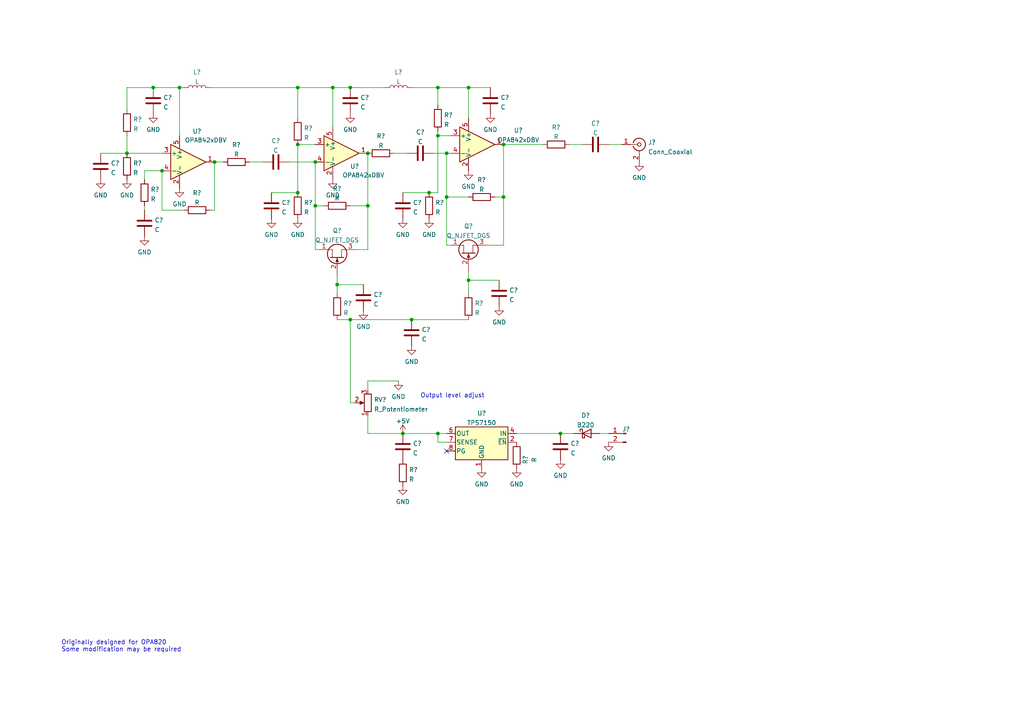
<source format=kicad_sch>
(kicad_sch (version 20211123) (generator eeschema)
  (paper "A4")
  (lib_symbols
    (symbol "Amplifier_Operational:OPA842xDBV" (pin_names (offset 0.127))
      (property "Reference" "U" (at -1.27 6.35 0))
      (property "Value" "OPA842xDBV" (at -1.27 3.81 0))
      (symbol "OPA842xDBV_0_1"
        (polyline (pts (xy -5.08 5.08) (xy 5.08 0) (xy -5.08 -5.08) (xy -5.08 5.08)) (stroke (width 0.254)) (fill (type background)))
        (pin power_in line (at -2.54 -7.62 90) (length 3.81) (name "V-") (number "2"))
        (pin power_in line (at -2.54 7.62 270) (length 3.81) (name "V+") (number "5"))
      )
      (symbol "OPA842xDBV_1_1"
        (pin output line (at 7.62 0 180) (length 2.54) (name "~") (number "1"))
        (pin input line (at -7.62 2.54 0) (length 2.54) (name "+") (number "3"))
        (pin input line (at -7.62 -2.54 0) (length 2.54) (name "-") (number "4"))
      )
    )
    (symbol "Connector:Conn_01x02_Male" (pin_names (offset 1.016) hide)
      (property "Reference" "J" (at 0 2.54 0))
      (property "Value" "Conn_01x02_Male" (at 0 -5.08 0))
      (symbol "Conn_01x02_Male_1_1"
        (polyline (pts (xy 1.27 -2.54) (xy 0.8636 -2.54)) (stroke (width 0.1524)))
        (polyline (pts (xy 1.27 0) (xy 0.8636 0)) (stroke (width 0.1524)))
        (rectangle (start 0.8636 -2.413) (end 0 -2.667) (stroke (width 0.1524)) (fill (type outline)))
        (rectangle (start 0.8636 0.127) (end 0 -0.127) (stroke (width 0.1524)) (fill (type outline)))
        (pin passive line (at 5.08 0 180) (length 3.81) (name "Pin_1") (number "1"))
        (pin passive line (at 5.08 -2.54 180) (length 3.81) (name "Pin_2") (number "2"))
      )
    )
    (symbol "Connector:Conn_Coaxial" (pin_names (offset 1.016) hide)
      (property "Reference" "J" (at 0.254 3.048 0))
      (property "Value" "Conn_Coaxial" (at 2.921 0 90))
      (symbol "Conn_Coaxial_0_1"
        (arc (start -1.778 -0.508) (mid 0.222 -1.808) (end 1.778 0) (stroke (width 0.254)))
        (polyline (pts (xy -2.54 0) (xy -0.508 0)))
        (polyline (pts (xy 0 -2.54) (xy 0 -1.778)))
        (circle (center 0 0) (radius 0.508) (stroke (width 0.2032)))
        (arc (start 1.778 0) (mid 0.2221 1.8083) (end -1.778 0.508) (stroke (width 0.254)))
      )
      (symbol "Conn_Coaxial_1_1"
        (pin passive line (at -5.08 0 0) (length 2.54) (name "In") (number "1"))
        (pin passive line (at 0 -5.08 90) (length 2.54) (name "Ext") (number "2"))
      )
    )
    (symbol "Device:C" (pin_numbers hide) (pin_names (offset 0.254))
      (property "Reference" "C" (at 0.635 2.54 0))
      (property "Value" "C" (at 0.635 -2.54 0))
      (symbol "C_0_1"
        (polyline (pts (xy -2.032 -0.762) (xy 2.032 -0.762)) (stroke (width 0.508)))
        (polyline (pts (xy -2.032 0.762) (xy 2.032 0.762)) (stroke (width 0.508)))
      )
      (symbol "C_1_1"
        (pin passive line (at 0 3.81 270) (length 2.794) (name "~") (number "1"))
        (pin passive line (at 0 -3.81 90) (length 2.794) (name "~") (number "2"))
      )
    )
    (symbol "Device:L" (pin_numbers hide) (pin_names (offset 1.016) hide)
      (property "Reference" "L" (at -1.27 0 90))
      (property "Value" "L" (at 1.905 0 90))
      (symbol "L_0_1"
        (arc (start 0 -2.54) (mid 0.635 -1.905) (end 0 -1.27))
        (arc (start 0 -1.27) (mid 0.635 -0.635) (end 0 0))
        (arc (start 0 0) (mid 0.635 0.635) (end 0 1.27))
        (arc (start 0 1.27) (mid 0.635 1.905) (end 0 2.54))
      )
      (symbol "L_1_1"
        (pin passive line (at 0 3.81 270) (length 1.27) (name "1") (number "1"))
        (pin passive line (at 0 -3.81 90) (length 1.27) (name "2") (number "2"))
      )
    )
    (symbol "Device:Q_NJFET_DGS" (pin_names (offset 0) hide)
      (property "Reference" "Q" (at 5.08 1.27 0))
      (property "Value" "Q_NJFET_DGS" (at 5.08 -1.27 0))
      (symbol "Q_NJFET_DGS_0_1"
        (polyline (pts (xy 0.254 1.905) (xy 0.254 -1.905) (xy 0.254 -1.905)) (stroke (width 0.254)))
        (polyline (pts (xy 2.54 -2.54) (xy 2.54 -1.27) (xy 0.254 -1.27)))
        (polyline (pts (xy 2.54 2.54) (xy 2.54 1.397) (xy 0.254 1.397)))
        (polyline (pts (xy 0 0) (xy -1.016 0.381) (xy -1.016 -0.381) (xy 0 0)) (fill (type outline)))
        (circle (center 1.27 0) (radius 2.8194) (stroke (width 0.254)))
      )
      (symbol "Q_NJFET_DGS_1_1"
        (pin passive line (at 2.54 5.08 270) (length 2.54) (name "D") (number "1"))
        (pin input line (at -5.08 0 0) (length 5.334) (name "G") (number "2"))
        (pin passive line (at 2.54 -5.08 90) (length 2.54) (name "S") (number "3"))
      )
    )
    (symbol "Device:R" (pin_numbers hide) (pin_names (offset 0))
      (property "Reference" "R" (at 2.032 0 90))
      (property "Value" "R" (at 0 0 90))
      (symbol "R_0_1"
        (rectangle (start -1.016 -2.54) (end 1.016 2.54) (stroke (width 0.254)))
      )
      (symbol "R_1_1"
        (pin passive line (at 0 3.81 270) (length 1.27) (name "~") (number "1"))
        (pin passive line (at 0 -3.81 90) (length 1.27) (name "~") (number "2"))
      )
    )
    (symbol "Device:R_Potentiometer" (pin_names (offset 1.016) hide)
      (property "Reference" "RV" (at -4.445 0 90))
      (property "Value" "R_Potentiometer" (at -2.54 0 90))
      (symbol "R_Potentiometer_0_1"
        (polyline (pts (xy 2.54 0) (xy 1.524 0)))
        (polyline (pts (xy 1.143 0) (xy 2.286 0.508) (xy 2.286 -0.508) (xy 1.143 0)) (fill (type outline)))
        (rectangle (start 1.016 2.54) (end -1.016 -2.54) (stroke (width 0.254)))
      )
      (symbol "R_Potentiometer_1_1"
        (pin passive line (at 0 3.81 270) (length 1.27) (name "1") (number "1"))
        (pin passive line (at 3.81 0 180) (length 1.27) (name "2") (number "2"))
        (pin passive line (at 0 -3.81 90) (length 1.27) (name "3") (number "3"))
      )
    )
    (symbol "Diode:B220" (pin_numbers hide) (pin_names (offset 1.016) hide)
      (property "Reference" "D" (at 0 2.54 0))
      (property "Value" "B220" (at 0 -2.54 0))
      (symbol "B220_0_1"
        (polyline (pts (xy 1.27 0) (xy -1.27 0)))
        (polyline (pts (xy 1.27 1.27) (xy 1.27 -1.27) (xy -1.27 0) (xy 1.27 1.27)) (stroke (width 0.254)))
        (polyline (pts (xy -1.905 0.635) (xy -1.905 1.27) (xy -1.27 1.27) (xy -1.27 -1.27) (xy -0.635 -1.27) (xy -0.635 -0.635)) (stroke (width 0.254)))
      )
      (symbol "B220_1_1"
        (pin passive line (at -3.81 0 0) (length 2.54) (name "K") (number "1"))
        (pin passive line (at 3.81 0 180) (length 2.54) (name "A") (number "2"))
      )
    )
    (symbol "Regulator_Linear:TPS7150" (pin_names (offset 0.254))
      (property "Reference" "U" (at -6.35 8.255 0))
      (property "Value" "TPS7150" (at 0 8.255 0))
      (symbol "TPS7150_0_1"
        (rectangle (start -7.62 6.985) (end 7.62 -2.54) (stroke (width 0.254)) (fill (type background)))
      )
      (symbol "TPS7150_1_1"
        (pin power_in line (at 0 -5.08 90) (length 2.54) (name "GND") (number "1"))
        (pin input line (at -10.16 2.54 0) (length 2.54) (name "~{EN}") (number "2"))
        (pin passive line (at -10.16 5.08 0) (length 2.54) hide (name "IN") (number "3"))
        (pin power_in line (at -10.16 5.08 0) (length 2.54) (name "IN") (number "4"))
        (pin passive line (at 10.16 5.08 180) (length 2.54) hide (name "OUT") (number "5"))
        (pin power_out line (at 10.16 5.08 180) (length 2.54) (name "OUT") (number "6"))
        (pin input line (at 10.16 2.54 180) (length 2.54) (name "SENSE") (number "7"))
        (pin output line (at 10.16 0 180) (length 2.54) (name "PG") (number "8"))
      )
    )
    (symbol "power:+5V" (power) (pin_names (offset 0))
      (property "Value" "+5V" (at 0 3.556 0))
      (symbol "+5V_0_1"
        (polyline (pts (xy -0.762 1.27) (xy 0 2.54)))
        (polyline (pts (xy 0 0) (xy 0 2.54)))
        (polyline (pts (xy 0 2.54) (xy 0.762 1.27)))
      )
      (symbol "+5V_1_1"
        (pin power_in line (at 0 0 90) (length 0) hide (name "+5V") (number "1"))
      )
    )
    (symbol "power:GND" (power) (pin_names (offset 0))
      (property "Value" "GND" (at 0 -3.81 0))
      (symbol "GND_0_1"
        (polyline (pts (xy 0 0) (xy 0 -1.27) (xy 1.27 -1.27) (xy 0 -2.54) (xy -1.27 -1.27) (xy 0 -1.27)))
      )
      (symbol "GND_1_1"
        (pin power_in line (at 0 0 270) (length 0) hide (name "GND") (number "1"))
      )
    )
  )
  (junction (at 135.89 81.28))
  (junction (at 127 39.37))
  (junction (at 52.07 25.4))
  (junction (at 96.52 25.4))
  (junction (at 146.05 57.15))
  (junction (at 91.44 59.69))
  (junction (at 129.54 57.15))
  (junction (at 91.44 46.99))
  (junction (at 119.38 92.71))
  (junction (at 127 25.4))
  (junction (at 97.79 82.55))
  (junction (at 101.6 25.4))
  (junction (at 86.36 55.88))
  (junction (at 146.05 41.91))
  (junction (at 116.84 125.73))
  (junction (at 124.46 55.88))
  (junction (at 135.89 25.4))
  (junction (at 36.83 44.45))
  (junction (at 101.6 92.71))
  (junction (at 106.68 44.45))
  (junction (at 129.54 44.45))
  (junction (at 106.68 59.69))
  (junction (at 46.99 49.53))
  (junction (at 86.36 41.91))
  (junction (at 127 125.73))
  (junction (at 62.23 46.99))
  (junction (at 86.36 25.4))
  (junction (at 162.56 125.73))
  (junction (at 44.45 25.4))
  (no_connect (at 129.54 130.81))
  (wire (pts (xy 130.81 71.12) (xy 129.54 71.12)))
  (wire (pts (xy 125.73 44.45) (xy 129.54 44.45)))
  (wire (pts (xy 129.54 44.45) (xy 130.81 44.45)))
  (wire (pts (xy 44.45 25.4) (xy 52.07 25.4)))
  (wire (pts (xy 97.79 82.55) (xy 105.41 82.55)))
  (wire (pts (xy 72.39 46.99) (xy 76.2 46.99)))
  (wire (pts (xy 135.89 78.74) (xy 135.89 81.28)))
  (wire (pts (xy 96.52 25.4) (xy 101.6 25.4)))
  (wire (pts (xy 129.54 71.12) (xy 129.54 57.15)))
  (wire (pts (xy 36.83 31.75) (xy 36.83 25.4)))
  (wire (pts (xy 135.89 25.4) (xy 135.89 34.29)))
  (wire (pts (xy 52.07 25.4) (xy 53.34 25.4)))
  (wire (pts (xy 127 39.37) (xy 127 55.88)))
  (wire (pts (xy 91.44 46.99) (xy 91.44 59.69)))
  (wire (pts (xy 106.68 125.73) (xy 106.68 120.65)))
  (wire (pts (xy 127 38.1) (xy 127 39.37)))
  (wire (pts (xy 146.05 41.91) (xy 157.48 41.91)))
  (wire (pts (xy 140.97 71.12) (xy 146.05 71.12)))
  (wire (pts (xy 127 128.27) (xy 127 125.73)))
  (wire (pts (xy 135.89 81.28) (xy 135.89 85.09)))
  (wire (pts (xy 116.84 55.88) (xy 124.46 55.88)))
  (wire (pts (xy 149.86 125.73) (xy 162.56 125.73)))
  (wire (pts (xy 41.91 59.69) (xy 41.91 60.96)))
  (wire (pts (xy 91.44 59.69) (xy 91.44 72.39)))
  (wire (pts (xy 165.1 41.91) (xy 168.91 41.91)))
  (wire (pts (xy 36.83 25.4) (xy 44.45 25.4)))
  (wire (pts (xy 116.84 125.73) (xy 106.68 125.73)))
  (wire (pts (xy 106.68 44.45) (xy 106.68 59.69)))
  (wire (pts (xy 135.89 81.28) (xy 144.78 81.28)))
  (wire (pts (xy 106.68 113.03) (xy 106.68 110.49)))
  (wire (pts (xy 41.91 49.53) (xy 46.99 49.53)))
  (wire (pts (xy 62.23 46.99) (xy 62.23 60.96)))
  (wire (pts (xy 106.68 72.39) (xy 106.68 59.69)))
  (wire (pts (xy 36.83 44.45) (xy 46.99 44.45)))
  (wire (pts (xy 86.36 25.4) (xy 96.52 25.4)))
  (wire (pts (xy 119.38 92.71) (xy 135.89 92.71)))
  (wire (pts (xy 46.99 60.96) (xy 46.99 49.53)))
  (wire (pts (xy 91.44 41.91) (xy 86.36 41.91)))
  (wire (pts (xy 135.89 25.4) (xy 142.24 25.4)))
  (wire (pts (xy 143.51 57.15) (xy 146.05 57.15)))
  (wire (pts (xy 86.36 25.4) (xy 86.36 34.29)))
  (wire (pts (xy 101.6 116.84) (xy 102.87 116.84)))
  (wire (pts (xy 114.3 44.45) (xy 118.11 44.45)))
  (wire (pts (xy 127 39.37) (xy 130.81 39.37)))
  (wire (pts (xy 83.82 46.99) (xy 91.44 46.99)))
  (wire (pts (xy 52.07 25.4) (xy 52.07 39.37)))
  (wire (pts (xy 62.23 60.96) (xy 60.96 60.96)))
  (wire (pts (xy 36.83 39.37) (xy 36.83 44.45)))
  (wire (pts (xy 60.96 25.4) (xy 86.36 25.4)))
  (wire (pts (xy 86.36 41.91) (xy 86.36 55.88)))
  (wire (pts (xy 127 25.4) (xy 135.89 25.4)))
  (wire (pts (xy 97.79 92.71) (xy 101.6 92.71)))
  (wire (pts (xy 129.54 57.15) (xy 135.89 57.15)))
  (wire (pts (xy 162.56 125.73) (xy 166.37 125.73)))
  (wire (pts (xy 127 125.73) (xy 129.54 125.73)))
  (wire (pts (xy 97.79 82.55) (xy 97.79 85.09)))
  (wire (pts (xy 41.91 52.07) (xy 41.91 49.53)))
  (wire (pts (xy 116.84 125.73) (xy 127 125.73)))
  (wire (pts (xy 78.74 55.88) (xy 86.36 55.88)))
  (wire (pts (xy 146.05 41.91) (xy 146.05 57.15)))
  (wire (pts (xy 146.05 57.15) (xy 146.05 71.12)))
  (wire (pts (xy 129.54 128.27) (xy 127 128.27)))
  (wire (pts (xy 53.34 60.96) (xy 46.99 60.96)))
  (wire (pts (xy 127 25.4) (xy 127 30.48)))
  (wire (pts (xy 173.99 125.73) (xy 176.53 125.73)))
  (wire (pts (xy 91.44 72.39) (xy 92.71 72.39)))
  (wire (pts (xy 96.52 25.4) (xy 96.52 36.83)))
  (wire (pts (xy 101.6 92.71) (xy 101.6 116.84)))
  (wire (pts (xy 101.6 59.69) (xy 106.68 59.69)))
  (wire (pts (xy 102.87 72.39) (xy 106.68 72.39)))
  (wire (pts (xy 62.23 46.99) (xy 64.77 46.99)))
  (wire (pts (xy 97.79 80.01) (xy 97.79 82.55)))
  (wire (pts (xy 106.68 110.49) (xy 115.57 110.49)))
  (wire (pts (xy 127 55.88) (xy 124.46 55.88)))
  (wire (pts (xy 101.6 92.71) (xy 119.38 92.71)))
  (wire (pts (xy 176.53 41.91) (xy 180.34 41.91)))
  (wire (pts (xy 101.6 25.4) (xy 111.76 25.4)))
  (wire (pts (xy 29.21 44.45) (xy 36.83 44.45)))
  (wire (pts (xy 129.54 57.15) (xy 129.54 44.45)))
  (wire (pts (xy 119.38 25.4) (xy 127 25.4)))
  (wire (pts (xy 93.98 59.69) (xy 91.44 59.69)))
  (text "Output level adjust" (at 121.92 115.57 0) (effects (font (size 1.27 1.27)) (justify left bottom)))
  (text "Originally designed for OPA820\nSome modification may be required" (at 17.78 189.23 0) (effects (font (size 1.27 1.27)) (justify left bottom)))
  (symbol (lib_id "Device:R") (at 161.29 41.91 90) (unit 1)
    (property "Reference" "R?" (at 161.29 36.9275 90))
    (property "Value" "R" (at 161.29 39.7026 90))
  )
  (symbol (lib_id "power:+5V") (at 116.84 125.73 0) (unit 1)
    (property "Reference" "#PWR?" (effects hide))
    (property "Value" "+5V" (at 116.84 122.1255 0))
  )
  (symbol (lib_id "Device:C") (at 116.84 59.69 0) (unit 1)
    (property "Reference" "C?" (at 119.761 58.7815 0) (effects (justify left)))
    (property "Value" "C" (at 119.761 61.5566 0) (effects (justify left)))
  )
  (symbol (lib_id "Connector:Conn_01x02_Male") (at 181.61 125.73 0) (mirror y) (unit 1)
    (property "Reference" "J?" (at 181.61 124.46 0))
    (property "Value" "Conn_01x02_Male" (effects hide))
  )
  (symbol (lib_id "Device:R") (at 36.83 35.56 0) (unit 1)
    (property "Reference" "R?" (at 38.608 34.6515 0) (effects (justify left)))
    (property "Value" "R" (at 38.608 37.4266 0) (effects (justify left)))
  )
  (symbol (lib_id "Device:Q_NJFET_DGS") (at 97.79 74.93 90) (unit 1)
    (property "Reference" "Q?" (at 97.79 66.8741 90))
    (property "Value" "Q_NJFET_DGS" (at 97.79 69.6492 90))
  )
  (symbol (lib_id "Device:Q_NJFET_DGS") (at 135.89 73.66 90) (unit 1)
    (property "Reference" "Q?" (at 135.89 65.6041 90))
    (property "Value" "Q_NJFET_DGS" (at 135.89 68.3792 90))
  )
  (symbol (lib_id "Device:R_Potentiometer") (at 106.68 116.84 180) (unit 1)
    (property "Reference" "RV?" (at 108.458 115.9315 0) (effects (justify right)))
    (property "Value" "R_Potentiometer" (at 108.458 118.7066 0) (effects (justify right)))
  )
  (symbol (lib_id "power:GND") (at 149.86 135.89 0) (unit 1)
    (property "Reference" "#PWR?" (effects hide))
    (property "Value" "GND" (at 149.86 140.4525 0))
  )
  (symbol (lib_id "Device:C") (at 101.6 29.21 0) (unit 1)
    (property "Reference" "C?" (at 104.521 28.3015 0) (effects (justify left)))
    (property "Value" "C" (at 104.521 31.0766 0) (effects (justify left)))
  )
  (symbol (lib_id "power:GND") (at 116.84 140.97 0) (unit 1)
    (property "Reference" "#PWR?" (effects hide))
    (property "Value" "GND" (at 116.84 145.5325 0))
  )
  (symbol (lib_id "Device:C") (at 41.91 64.77 0) (unit 1)
    (property "Reference" "C?" (at 44.831 63.8615 0) (effects (justify left)))
    (property "Value" "C" (at 44.831 66.6366 0) (effects (justify left)))
  )
  (symbol (lib_id "Device:C") (at 162.56 129.54 0) (unit 1)
    (property "Reference" "C?" (at 165.481 128.6315 0) (effects (justify left)))
    (property "Value" "C" (at 165.481 131.4066 0) (effects (justify left)))
  )
  (symbol (lib_id "Device:L") (at 115.57 25.4 90) (unit 1)
    (property "Reference" "L?" (at 115.57 20.9255 90))
    (property "Value" "L" (at 115.57 23.7006 90))
  )
  (symbol (lib_id "Connector:Conn_Coaxial") (at 185.42 41.91 0) (unit 1)
    (property "Reference" "J?" (at 187.96 41.2947 0) (effects (justify left)))
    (property "Value" "Conn_Coaxial" (at 187.96 44.0698 0) (effects (justify left)))
    (property "Datasheet" " ~" (effects hide))
  )
  (symbol (lib_id "Device:R") (at 41.91 55.88 180) (unit 1)
    (property "Reference" "R?" (at 43.688 54.9715 0) (effects (justify right)))
    (property "Value" "R" (at 43.688 57.7466 0) (effects (justify right)))
  )
  (symbol (lib_id "power:GND") (at 135.89 49.53 0) (unit 1)
    (property "Reference" "#PWR?" (effects hide))
    (property "Value" "GND" (at 135.89 54.0925 0))
  )
  (symbol (lib_id "Device:C") (at 144.78 85.09 0) (unit 1)
    (property "Reference" "C?" (at 147.701 84.1815 0) (effects (justify left)))
    (property "Value" "C" (at 147.701 86.9566 0) (effects (justify left)))
  )
  (symbol (lib_id "Device:R") (at 97.79 59.69 90) (unit 1)
    (property "Reference" "R?" (at 97.79 54.7075 90))
    (property "Value" "R" (at 97.79 57.4826 90))
  )
  (symbol (lib_id "Device:R") (at 116.84 137.16 0) (unit 1)
    (property "Reference" "R?" (at 118.618 136.2515 0) (effects (justify left)))
    (property "Value" "R" (at 118.618 139.0266 0) (effects (justify left)))
  )
  (symbol (lib_id "power:GND") (at 116.84 63.5 0) (unit 1)
    (property "Reference" "#PWR?" (effects hide))
    (property "Value" "GND" (at 116.84 68.0625 0))
  )
  (symbol (lib_id "power:GND") (at 101.6 33.02 0) (unit 1)
    (property "Reference" "#PWR?" (effects hide))
    (property "Value" "GND" (at 101.6 37.5825 0))
  )
  (symbol (lib_id "Amplifier_Operational:OPA842xDBV") (at 138.43 41.91 0) (unit 1)
    (property "Reference" "U?" (at 150.3385 37.8165 0))
    (property "Value" "OPA842xDBV" (at 150.3385 40.5916 0))
    (property "Footprint" "Package_TO_SOT_SMD:SOT-23-5" (effects hide))
    (property "Datasheet" "http://www.ti.com/lit/ds/symlink/opa842.pdf" (effects hide))
  )
  (symbol (lib_id "Regulator_Linear:TPS7150") (at 139.7 130.81 0) (mirror y) (unit 1)
    (property "Reference" "U?" (at 139.7 119.8585 0))
    (property "Value" "TPS7150" (at 139.7 122.6336 0))
    (property "Datasheet" "http://www.ti.com/lit/ds/symlink/tps71.pdf" (effects hide))
  )
  (symbol (lib_id "power:GND") (at 176.53 128.27 0) (unit 1)
    (property "Reference" "#PWR?" (effects hide))
    (property "Value" "GND" (at 176.53 132.8325 0))
  )
  (symbol (lib_id "power:GND") (at 86.36 63.5 0) (unit 1)
    (property "Reference" "#PWR?" (effects hide))
    (property "Value" "GND" (at 86.36 68.0625 0))
  )
  (symbol (lib_id "Device:R") (at 86.36 38.1 0) (unit 1)
    (property "Reference" "R?" (at 88.138 37.1915 0) (effects (justify left)))
    (property "Value" "R" (at 88.138 39.9666 0) (effects (justify left)))
  )
  (symbol (lib_id "Device:C") (at 78.74 59.69 0) (unit 1)
    (property "Reference" "C?" (at 81.661 58.7815 0) (effects (justify left)))
    (property "Value" "C" (at 81.661 61.5566 0) (effects (justify left)))
  )
  (symbol (lib_id "power:GND") (at 29.21 52.07 0) (unit 1)
    (property "Reference" "#PWR?" (effects hide))
    (property "Value" "GND" (at 29.21 56.6325 0))
  )
  (symbol (lib_id "Device:R") (at 86.36 59.69 0) (unit 1)
    (property "Reference" "R?" (at 88.138 58.7815 0) (effects (justify left)))
    (property "Value" "R" (at 88.138 61.5566 0) (effects (justify left)))
  )
  (symbol (lib_id "power:GND") (at 52.07 54.61 0) (unit 1)
    (property "Reference" "#PWR?" (effects hide))
    (property "Value" "GND" (at 52.07 59.1725 0))
  )
  (symbol (lib_id "Device:C") (at 80.01 46.99 90) (unit 1)
    (property "Reference" "C?" (at 80.01 40.8645 90))
    (property "Value" "C" (at 80.01 43.6396 90))
  )
  (symbol (lib_id "Device:C") (at 44.45 29.21 0) (unit 1)
    (property "Reference" "C?" (at 47.371 28.3015 0) (effects (justify left)))
    (property "Value" "C" (at 47.371 31.0766 0) (effects (justify left)))
  )
  (symbol (lib_id "power:GND") (at 162.56 133.35 0) (unit 1)
    (property "Reference" "#PWR?" (effects hide))
    (property "Value" "GND" (at 162.56 137.9125 0))
  )
  (symbol (lib_id "power:GND") (at 96.52 52.07 0) (unit 1)
    (property "Reference" "#PWR?" (effects hide))
    (property "Value" "GND" (at 96.52 56.6325 0))
  )
  (symbol (lib_id "power:GND") (at 139.7 135.89 0) (unit 1)
    (property "Reference" "#PWR?" (effects hide))
    (property "Value" "GND" (at 139.7 140.4525 0))
  )
  (symbol (lib_id "power:GND") (at 142.24 33.02 0) (unit 1)
    (property "Reference" "#PWR?" (effects hide))
    (property "Value" "GND" (at 142.24 37.5825 0))
  )
  (symbol (lib_id "Device:R") (at 124.46 59.69 0) (unit 1)
    (property "Reference" "R?" (at 126.238 58.7815 0) (effects (justify left)))
    (property "Value" "R" (at 126.238 61.5566 0) (effects (justify left)))
  )
  (symbol (lib_id "power:GND") (at 105.41 90.17 0) (unit 1)
    (property "Reference" "#PWR?" (effects hide))
    (property "Value" "GND" (at 105.41 94.7325 0))
  )
  (symbol (lib_id "Device:C") (at 121.92 44.45 90) (unit 1)
    (property "Reference" "C?" (at 121.92 38.3245 90))
    (property "Value" "C" (at 121.92 41.0996 90))
  )
  (symbol (lib_id "power:GND") (at 185.42 46.99 0) (unit 1)
    (property "Reference" "#PWR?" (effects hide))
    (property "Value" "GND" (at 185.42 51.5525 0))
  )
  (symbol (lib_id "Device:C") (at 29.21 48.26 0) (unit 1)
    (property "Reference" "C?" (at 32.131 47.3515 0) (effects (justify left)))
    (property "Value" "C" (at 32.131 50.1266 0) (effects (justify left)))
  )
  (symbol (lib_id "Device:C") (at 105.41 86.36 0) (unit 1)
    (property "Reference" "C?" (at 108.331 85.4515 0) (effects (justify left)))
    (property "Value" "C" (at 108.331 88.2266 0) (effects (justify left)))
  )
  (symbol (lib_id "power:GND") (at 36.83 52.07 0) (unit 1)
    (property "Reference" "#PWR?" (effects hide))
    (property "Value" "GND" (at 36.83 56.6325 0))
  )
  (symbol (lib_id "Amplifier_Operational:OPA842xDBV") (at 99.06 44.45 0) (unit 1)
    (property "Reference" "U?" (at 102.87 48.26 0))
    (property "Value" "OPA842xDBV" (at 105.41 50.8 0))
    (property "Footprint" "Package_TO_SOT_SMD:SOT-23-5" (effects hide))
    (property "Datasheet" "http://www.ti.com/lit/ds/symlink/opa842.pdf" (effects hide))
  )
  (symbol (lib_id "Device:R") (at 127 34.29 0) (unit 1)
    (property "Reference" "R?" (at 128.778 33.3815 0) (effects (justify left)))
    (property "Value" "R" (at 128.778 36.1566 0) (effects (justify left)))
  )
  (symbol (lib_id "Amplifier_Operational:OPA842xDBV") (at 54.61 46.99 0) (unit 1)
    (property "Reference" "U?" (at 57.15 38.1 0))
    (property "Value" "OPA842xDBV" (at 59.69 40.64 0))
    (property "Footprint" "Package_TO_SOT_SMD:SOT-23-5" (effects hide))
    (property "Datasheet" "http://www.ti.com/lit/ds/symlink/opa842.pdf" (effects hide))
  )
  (symbol (lib_id "Device:R") (at 57.15 60.96 270) (unit 1)
    (property "Reference" "R?" (at 57.15 55.9775 90))
    (property "Value" "R" (at 57.15 58.7526 90))
  )
  (symbol (lib_id "power:GND") (at 41.91 68.58 0) (unit 1)
    (property "Reference" "#PWR?" (effects hide))
    (property "Value" "GND" (at 41.91 73.1425 0))
  )
  (symbol (lib_id "Device:R") (at 36.83 48.26 0) (unit 1)
    (property "Reference" "R?" (at 38.608 47.3515 0) (effects (justify left)))
    (property "Value" "R" (at 38.608 50.1266 0) (effects (justify left)))
  )
  (symbol (lib_id "Device:R") (at 135.89 88.9 0) (unit 1)
    (property "Reference" "R?" (at 137.668 87.9915 0) (effects (justify left)))
    (property "Value" "R" (at 137.668 90.7666 0) (effects (justify left)))
  )
  (symbol (lib_id "power:GND") (at 124.46 63.5 0) (unit 1)
    (property "Reference" "#PWR?" (effects hide))
    (property "Value" "GND" (at 124.46 68.0625 0))
  )
  (symbol (lib_id "power:GND") (at 119.38 100.33 0) (unit 1)
    (property "Reference" "#PWR?" (effects hide))
    (property "Value" "GND" (at 119.38 104.8925 0))
  )
  (symbol (lib_id "Device:R") (at 149.86 132.08 180) (unit 1)
    (property "Reference" "R?" (at 152.4 133.35 90))
    (property "Value" "R" (at 154.94 133.35 90))
  )
  (symbol (lib_id "Device:C") (at 116.84 129.54 0) (unit 1)
    (property "Reference" "C?" (at 119.761 128.6315 0) (effects (justify left)))
    (property "Value" "C" (at 119.761 131.4066 0) (effects (justify left)))
  )
  (symbol (lib_id "power:GND") (at 78.74 63.5 0) (unit 1)
    (property "Reference" "#PWR?" (effects hide))
    (property "Value" "GND" (at 78.74 68.0625 0))
  )
  (symbol (lib_id "Device:R") (at 110.49 44.45 90) (unit 1)
    (property "Reference" "R?" (at 110.49 39.4675 90))
    (property "Value" "R" (at 110.49 42.2426 90))
  )
  (symbol (lib_id "Device:R") (at 97.79 88.9 0) (unit 1)
    (property "Reference" "R?" (at 99.568 87.9915 0) (effects (justify left)))
    (property "Value" "R" (at 99.568 90.7666 0) (effects (justify left)))
  )
  (symbol (lib_id "power:GND") (at 44.45 33.02 0) (unit 1)
    (property "Reference" "#PWR?" (effects hide))
    (property "Value" "GND" (at 44.45 37.5825 0))
  )
  (symbol (lib_id "Device:L") (at 57.15 25.4 90) (unit 1)
    (property "Reference" "L?" (at 57.15 20.9255 90))
    (property "Value" "L" (at 57.15 23.7006 90))
  )
  (symbol (lib_id "Device:C") (at 119.38 96.52 0) (unit 1)
    (property "Reference" "C?" (at 122.301 95.6115 0) (effects (justify left)))
    (property "Value" "C" (at 122.301 98.3866 0) (effects (justify left)))
  )
  (symbol (lib_id "power:GND") (at 115.57 110.49 0) (unit 1)
    (property "Reference" "#PWR?" (effects hide))
    (property "Value" "GND" (at 115.57 115.0525 0))
  )
  (symbol (lib_id "Device:C") (at 142.24 29.21 0) (unit 1)
    (property "Reference" "C?" (at 145.161 28.3015 0) (effects (justify left)))
    (property "Value" "C" (at 145.161 31.0766 0) (effects (justify left)))
  )
  (symbol (lib_id "Device:R") (at 68.58 46.99 90) (unit 1)
    (property "Reference" "R?" (at 68.58 42.0075 90))
    (property "Value" "R" (at 68.58 44.7826 90))
  )
  (symbol (lib_id "Diode:B220") (at 170.18 125.73 0) (unit 1)
    (property "Reference" "D?" (at 169.8625 120.4935 0))
    (property "Value" "B220" (at 169.8625 123.2686 0))
    (property "Footprint" "Diode_SMD:D_SMB" (effects hide))
    (property "Datasheet" "http://www.jameco.com/Jameco/Products/ProdDS/1538777.pdf" (effects hide))
  )
  (symbol (lib_id "power:GND") (at 144.78 88.9 0) (unit 1)
    (property "Reference" "#PWR?" (effects hide))
    (property "Value" "GND" (at 144.78 93.4625 0))
  )
  (symbol (lib_id "Device:C") (at 172.72 41.91 90) (unit 1)
    (property "Reference" "C?" (at 172.72 35.7845 90))
    (property "Value" "C" (at 172.72 38.5596 90))
  )
  (symbol (lib_id "Device:R") (at 139.7 57.15 90) (unit 1)
    (property "Reference" "R?" (at 139.7 52.1675 90))
    (property "Value" "R" (at 139.7 54.9426 90))
  )
)
</source>
